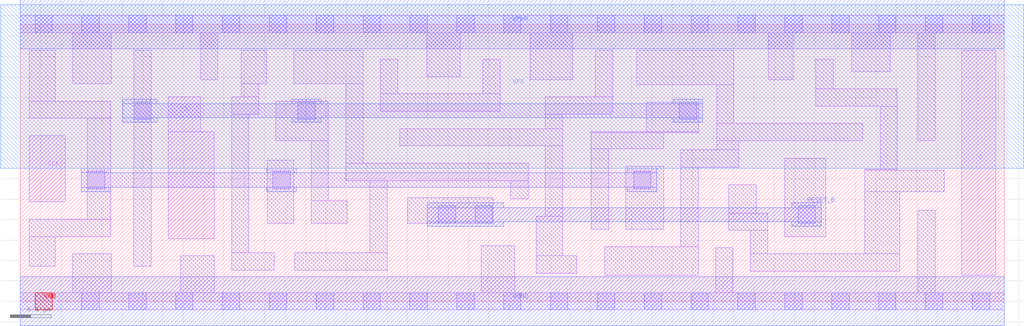
<source format=lef>
# Copyright 2020 The SkyWater PDK Authors
#
# Licensed under the Apache License, Version 2.0 (the "License");
# you may not use this file except in compliance with the License.
# You may obtain a copy of the License at
#
#     https://www.apache.org/licenses/LICENSE-2.0
#
# Unless required by applicable law or agreed to in writing, software
# distributed under the License is distributed on an "AS IS" BASIS,
# WITHOUT WARRANTIES OR CONDITIONS OF ANY KIND, either express or implied.
# See the License for the specific language governing permissions and
# limitations under the License.
#
# SPDX-License-Identifier: Apache-2.0

VERSION 5.7 ;
  NOWIREEXTENSIONATPIN ON ;
  DIVIDERCHAR "/" ;
  BUSBITCHARS "[]" ;
PROPERTYDEFINITIONS
  MACRO maskLayoutSubType STRING ;
  MACRO prCellType STRING ;
  MACRO originalViewName STRING ;
END PROPERTYDEFINITIONS
MACRO sky130_fd_sc_hdll__dfrtp_1
  CLASS CORE ;
  FOREIGN sky130_fd_sc_hdll__dfrtp_1 ;
  ORIGIN  0.000000  0.000000 ;
  SIZE  9.660000 BY  2.720000 ;
  SYMMETRY X Y R90 ;
  SITE unithd ;
  PIN CLK
    ANTENNAGATEAREA  0.178200 ;
    DIRECTION INPUT ;
    USE SIGNAL ;
    PORT
      LAYER li1 ;
        RECT 0.090000 0.975000 0.440000 1.625000 ;
    END
  END CLK
  PIN D
    ANTENNAGATEAREA  0.138600 ;
    DIRECTION INPUT ;
    USE SIGNAL ;
    PORT
      LAYER li1 ;
        RECT 1.455000 0.615000 1.905000 1.665000 ;
        RECT 1.455000 1.665000 1.770000 2.005000 ;
    END
  END D
  PIN Q
    ANTENNADIFFAREA  0.472000 ;
    DIRECTION OUTPUT ;
    USE SIGNAL ;
    PORT
      LAYER li1 ;
        RECT 9.240000 0.255000 9.575000 2.465000 ;
    END
  END Q
  PIN RESET_B
    ANTENNAGATEAREA  0.277200 ;
    DIRECTION INPUT ;
    USE SIGNAL ;
    PORT
      LAYER met1 ;
        RECT 3.995000 0.735000 4.745000 0.780000 ;
        RECT 3.995000 0.780000 7.865000 0.920000 ;
        RECT 3.995000 0.920000 4.745000 0.965000 ;
        RECT 7.575000 0.735000 7.865000 0.780000 ;
        RECT 7.575000 0.920000 7.865000 0.965000 ;
    END
  END RESET_B
  PIN VGND
    ANTENNADIFFAREA  1.178900 ;
    DIRECTION INOUT ;
    USE SIGNAL ;
    PORT
      LAYER met1 ;
        RECT 0.000000 -0.240000 9.660000 0.240000 ;
    END
  END VGND
  PIN VPWR
    ANTENNADIFFAREA  1.314500 ;
    DIRECTION INOUT ;
    USE SIGNAL ;
    PORT
      LAYER met1 ;
        RECT 0.000000 2.480000 9.660000 2.960000 ;
    END
  END VPWR
  PIN VNB
    DIRECTION INOUT ;
    USE GROUND ;
    PORT
      LAYER pwell ;
        RECT 0.145000 -0.085000 0.315000 0.085000 ;
    END
  END VNB
  PIN VPB
    DIRECTION INOUT ;
    USE POWER ;
    PORT
      LAYER nwell ;
        RECT -0.190000 1.305000 9.850000 2.910000 ;
    END
  END VPB
  OBS
    LAYER li1 ;
      RECT 0.000000 -0.085000 9.660000 0.085000 ;
      RECT 0.000000  2.635000 9.660000 2.805000 ;
      RECT 0.090000  0.345000 0.345000 0.635000 ;
      RECT 0.090000  0.635000 0.890000 0.805000 ;
      RECT 0.090000  1.795000 0.890000 1.965000 ;
      RECT 0.090000  1.965000 0.345000 2.465000 ;
      RECT 0.515000  0.085000 0.895000 0.465000 ;
      RECT 0.515000  2.135000 0.895000 2.635000 ;
      RECT 0.660000  0.805000 0.890000 1.795000 ;
      RECT 1.115000  0.345000 1.285000 2.465000 ;
      RECT 1.575000  0.085000 1.905000 0.445000 ;
      RECT 1.770000  2.175000 1.940000 2.635000 ;
      RECT 2.075000  0.305000 2.495000 0.475000 ;
      RECT 2.075000  0.475000 2.245000 1.835000 ;
      RECT 2.075000  1.835000 2.340000 2.005000 ;
      RECT 2.170000  2.005000 2.340000 2.135000 ;
      RECT 2.170000  2.135000 2.420000 2.465000 ;
      RECT 2.425000  0.765000 2.685000 1.385000 ;
      RECT 2.510000  1.575000 3.025000 1.965000 ;
      RECT 2.685000  2.135000 3.365000 2.465000 ;
      RECT 2.695000  0.305000 3.600000 0.475000 ;
      RECT 2.855000  0.765000 3.210000 0.985000 ;
      RECT 2.855000  0.985000 3.025000 1.575000 ;
      RECT 3.195000  1.185000 4.985000 1.355000 ;
      RECT 3.195000  1.355000 3.365000 2.135000 ;
      RECT 3.430000  0.475000 3.600000 1.185000 ;
      RECT 3.535000  1.865000 4.710000 2.035000 ;
      RECT 3.535000  2.035000 3.705000 2.375000 ;
      RECT 3.725000  1.525000 5.325000 1.695000 ;
      RECT 3.805000  0.765000 4.645000 1.015000 ;
      RECT 3.990000  2.205000 4.320000 2.635000 ;
      RECT 4.525000  0.085000 4.855000 0.545000 ;
      RECT 4.540000  2.035000 4.710000 2.375000 ;
      RECT 4.815000  1.005000 4.985000 1.185000 ;
      RECT 5.005000  2.175000 5.425000 2.635000 ;
      RECT 5.065000  0.275000 5.465000 0.445000 ;
      RECT 5.065000  0.445000 5.325000 0.835000 ;
      RECT 5.155000  0.835000 5.325000 1.525000 ;
      RECT 5.155000  1.695000 5.325000 1.835000 ;
      RECT 5.155000  1.835000 5.815000 2.005000 ;
      RECT 5.605000  0.705000 5.775000 1.495000 ;
      RECT 5.605000  1.495000 6.315000 1.655000 ;
      RECT 5.605000  1.655000 6.660000 1.665000 ;
      RECT 5.645000  2.005000 5.815000 2.465000 ;
      RECT 5.735000  0.255000 6.655000 0.535000 ;
      RECT 5.945000  0.705000 6.315000 1.325000 ;
      RECT 6.050000  2.125000 7.005000 2.465000 ;
      RECT 6.145000  1.665000 6.660000 1.955000 ;
      RECT 6.485000  0.535000 6.655000 1.315000 ;
      RECT 6.485000  1.315000 7.055000 1.485000 ;
      RECT 6.825000  0.085000 6.995000 0.525000 ;
      RECT 6.835000  1.485000 7.055000 1.575000 ;
      RECT 6.835000  1.575000 8.270000 1.745000 ;
      RECT 6.835000  1.745000 7.005000 2.125000 ;
      RECT 6.955000  0.695000 7.335000 0.865000 ;
      RECT 6.955000  0.865000 7.225000 1.145000 ;
      RECT 7.165000  0.295000 8.635000 0.465000 ;
      RECT 7.165000  0.465000 7.335000 0.695000 ;
      RECT 7.340000  2.175000 7.590000 2.635000 ;
      RECT 7.505000  0.635000 7.905000 1.405000 ;
      RECT 7.810000  1.915000 8.610000 2.085000 ;
      RECT 7.810000  2.085000 7.980000 2.375000 ;
      RECT 8.160000  2.255000 8.540000 2.635000 ;
      RECT 8.290000  0.465000 8.635000 1.075000 ;
      RECT 8.290000  1.075000 9.070000 1.285000 ;
      RECT 8.290000  1.285000 8.610000 1.295000 ;
      RECT 8.440000  1.295000 8.610000 1.915000 ;
      RECT 8.810000  0.085000 8.980000 0.895000 ;
      RECT 8.810000  1.575000 8.980000 2.635000 ;
    LAYER mcon ;
      RECT 0.145000 -0.085000 0.315000 0.085000 ;
      RECT 0.145000  2.635000 0.315000 2.805000 ;
      RECT 0.605000 -0.085000 0.775000 0.085000 ;
      RECT 0.605000  2.635000 0.775000 2.805000 ;
      RECT 0.660000  1.105000 0.830000 1.275000 ;
      RECT 1.065000 -0.085000 1.235000 0.085000 ;
      RECT 1.065000  2.635000 1.235000 2.805000 ;
      RECT 1.115000  1.785000 1.285000 1.955000 ;
      RECT 1.525000 -0.085000 1.695000 0.085000 ;
      RECT 1.525000  2.635000 1.695000 2.805000 ;
      RECT 1.985000 -0.085000 2.155000 0.085000 ;
      RECT 1.985000  2.635000 2.155000 2.805000 ;
      RECT 2.445000 -0.085000 2.615000 0.085000 ;
      RECT 2.445000  2.635000 2.615000 2.805000 ;
      RECT 2.480000  1.105000 2.650000 1.275000 ;
      RECT 2.725000  1.785000 2.895000 1.955000 ;
      RECT 2.905000 -0.085000 3.075000 0.085000 ;
      RECT 2.905000  2.635000 3.075000 2.805000 ;
      RECT 3.365000 -0.085000 3.535000 0.085000 ;
      RECT 3.365000  2.635000 3.535000 2.805000 ;
      RECT 3.825000 -0.085000 3.995000 0.085000 ;
      RECT 3.825000  2.635000 3.995000 2.805000 ;
      RECT 4.105000  0.765000 4.275000 0.935000 ;
      RECT 4.285000 -0.085000 4.455000 0.085000 ;
      RECT 4.285000  2.635000 4.455000 2.805000 ;
      RECT 4.465000  0.765000 4.635000 0.935000 ;
      RECT 4.745000 -0.085000 4.915000 0.085000 ;
      RECT 4.745000  2.635000 4.915000 2.805000 ;
      RECT 5.205000 -0.085000 5.375000 0.085000 ;
      RECT 5.205000  2.635000 5.375000 2.805000 ;
      RECT 5.665000 -0.085000 5.835000 0.085000 ;
      RECT 5.665000  2.635000 5.835000 2.805000 ;
      RECT 6.020000  1.105000 6.190000 1.275000 ;
      RECT 6.125000 -0.085000 6.295000 0.085000 ;
      RECT 6.125000  2.635000 6.295000 2.805000 ;
      RECT 6.470000  1.785000 6.640000 1.955000 ;
      RECT 6.585000 -0.085000 6.755000 0.085000 ;
      RECT 6.585000  2.635000 6.755000 2.805000 ;
      RECT 7.045000 -0.085000 7.215000 0.085000 ;
      RECT 7.045000  2.635000 7.215000 2.805000 ;
      RECT 7.505000 -0.085000 7.675000 0.085000 ;
      RECT 7.505000  2.635000 7.675000 2.805000 ;
      RECT 7.635000  0.765000 7.805000 0.935000 ;
      RECT 7.965000 -0.085000 8.135000 0.085000 ;
      RECT 7.965000  2.635000 8.135000 2.805000 ;
      RECT 8.425000 -0.085000 8.595000 0.085000 ;
      RECT 8.425000  2.635000 8.595000 2.805000 ;
      RECT 8.885000 -0.085000 9.055000 0.085000 ;
      RECT 8.885000  2.635000 9.055000 2.805000 ;
      RECT 9.345000 -0.085000 9.515000 0.085000 ;
      RECT 9.345000  2.635000 9.515000 2.805000 ;
    LAYER met1 ;
      RECT 0.600000 1.075000 0.890000 1.120000 ;
      RECT 0.600000 1.120000 6.250000 1.260000 ;
      RECT 0.600000 1.260000 0.890000 1.305000 ;
      RECT 1.005000 1.755000 1.345000 1.800000 ;
      RECT 1.005000 1.800000 6.700000 1.940000 ;
      RECT 1.005000 1.940000 1.345000 1.985000 ;
      RECT 2.420000 1.075000 2.710000 1.120000 ;
      RECT 2.420000 1.260000 2.710000 1.305000 ;
      RECT 2.665000 1.755000 2.955000 1.800000 ;
      RECT 2.665000 1.940000 2.955000 1.985000 ;
      RECT 5.960000 1.075000 6.250000 1.120000 ;
      RECT 5.960000 1.260000 6.250000 1.305000 ;
      RECT 6.410000 1.755000 6.700000 1.800000 ;
      RECT 6.410000 1.940000 6.700000 1.985000 ;
  END
  PROPERTY maskLayoutSubType "abstract" ;
  PROPERTY prCellType "standard" ;
  PROPERTY originalViewName "layout" ;
END sky130_fd_sc_hdll__dfrtp_1
END LIBRARY

</source>
